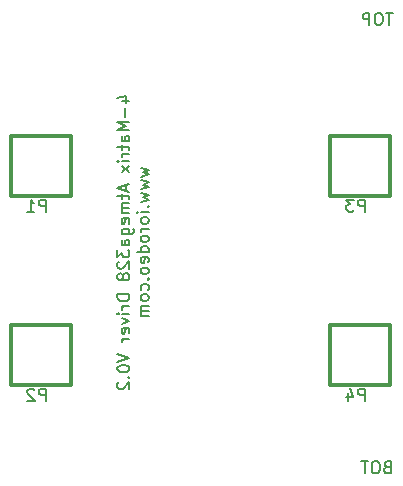
<source format=gbo>
G04 (created by PCBNEW (2013-mar-13)-testing) date Wed 23 Jul 2014 10:13:11 AM PDT*
%MOIN*%
G04 Gerber Fmt 3.4, Leading zero omitted, Abs format*
%FSLAX34Y34*%
G01*
G70*
G90*
G04 APERTURE LIST*
%ADD10C,0.005906*%
%ADD11C,0.008000*%
%ADD12C,0.012000*%
G04 APERTURE END LIST*
G54D10*
G54D11*
X33763Y-35041D02*
X33706Y-35060D01*
X33687Y-35079D01*
X33668Y-35117D01*
X33668Y-35174D01*
X33687Y-35212D01*
X33706Y-35231D01*
X33744Y-35250D01*
X33896Y-35250D01*
X33896Y-34850D01*
X33763Y-34850D01*
X33725Y-34870D01*
X33706Y-34889D01*
X33687Y-34927D01*
X33687Y-34965D01*
X33706Y-35003D01*
X33725Y-35022D01*
X33763Y-35041D01*
X33896Y-35041D01*
X33420Y-34850D02*
X33344Y-34850D01*
X33306Y-34870D01*
X33268Y-34908D01*
X33249Y-34984D01*
X33249Y-35117D01*
X33268Y-35193D01*
X33306Y-35231D01*
X33344Y-35250D01*
X33420Y-35250D01*
X33458Y-35231D01*
X33496Y-35193D01*
X33515Y-35117D01*
X33515Y-34984D01*
X33496Y-34908D01*
X33458Y-34870D01*
X33420Y-34850D01*
X33134Y-34850D02*
X32906Y-34850D01*
X33020Y-35250D02*
X33020Y-34850D01*
X33958Y-19910D02*
X33730Y-19910D01*
X33844Y-20310D02*
X33844Y-19910D01*
X33520Y-19910D02*
X33444Y-19910D01*
X33406Y-19930D01*
X33368Y-19968D01*
X33349Y-20044D01*
X33349Y-20177D01*
X33368Y-20253D01*
X33406Y-20291D01*
X33444Y-20310D01*
X33520Y-20310D01*
X33558Y-20291D01*
X33596Y-20253D01*
X33615Y-20177D01*
X33615Y-20044D01*
X33596Y-19968D01*
X33558Y-19930D01*
X33520Y-19910D01*
X33177Y-20310D02*
X33177Y-19910D01*
X33025Y-19910D01*
X32987Y-19930D01*
X32968Y-19949D01*
X32949Y-19987D01*
X32949Y-20044D01*
X32968Y-20082D01*
X32987Y-20101D01*
X33025Y-20120D01*
X33177Y-20120D01*
X24914Y-22854D02*
X25180Y-22854D01*
X24761Y-22759D02*
X25047Y-22663D01*
X25047Y-22911D01*
X25028Y-23063D02*
X25028Y-23368D01*
X25180Y-23559D02*
X24780Y-23559D01*
X25066Y-23692D01*
X24780Y-23825D01*
X25180Y-23825D01*
X25180Y-24187D02*
X24971Y-24187D01*
X24933Y-24168D01*
X24914Y-24130D01*
X24914Y-24054D01*
X24933Y-24016D01*
X25161Y-24187D02*
X25180Y-24149D01*
X25180Y-24054D01*
X25161Y-24016D01*
X25123Y-23997D01*
X25085Y-23997D01*
X25047Y-24016D01*
X25028Y-24054D01*
X25028Y-24149D01*
X25009Y-24187D01*
X24914Y-24320D02*
X24914Y-24473D01*
X24780Y-24378D02*
X25123Y-24378D01*
X25161Y-24397D01*
X25180Y-24435D01*
X25180Y-24473D01*
X25180Y-24606D02*
X24914Y-24606D01*
X24990Y-24606D02*
X24952Y-24625D01*
X24933Y-24644D01*
X24914Y-24682D01*
X24914Y-24720D01*
X25180Y-24854D02*
X24914Y-24854D01*
X24780Y-24854D02*
X24800Y-24835D01*
X24819Y-24854D01*
X24800Y-24873D01*
X24780Y-24854D01*
X24819Y-24854D01*
X25180Y-25006D02*
X24914Y-25216D01*
X24914Y-25006D02*
X25180Y-25216D01*
X25066Y-25654D02*
X25066Y-25844D01*
X25180Y-25616D02*
X24780Y-25749D01*
X25180Y-25882D01*
X24914Y-25959D02*
X24914Y-26111D01*
X24780Y-26016D02*
X25123Y-26016D01*
X25161Y-26035D01*
X25180Y-26073D01*
X25180Y-26111D01*
X25180Y-26244D02*
X24914Y-26244D01*
X24952Y-26244D02*
X24933Y-26263D01*
X24914Y-26301D01*
X24914Y-26359D01*
X24933Y-26397D01*
X24971Y-26416D01*
X25180Y-26416D01*
X24971Y-26416D02*
X24933Y-26435D01*
X24914Y-26473D01*
X24914Y-26530D01*
X24933Y-26568D01*
X24971Y-26587D01*
X25180Y-26587D01*
X25161Y-26930D02*
X25180Y-26892D01*
X25180Y-26816D01*
X25161Y-26778D01*
X25123Y-26759D01*
X24971Y-26759D01*
X24933Y-26778D01*
X24914Y-26816D01*
X24914Y-26892D01*
X24933Y-26930D01*
X24971Y-26949D01*
X25009Y-26949D01*
X25047Y-26759D01*
X24914Y-27292D02*
X25238Y-27292D01*
X25276Y-27273D01*
X25295Y-27254D01*
X25314Y-27216D01*
X25314Y-27159D01*
X25295Y-27120D01*
X25161Y-27292D02*
X25180Y-27254D01*
X25180Y-27178D01*
X25161Y-27140D01*
X25142Y-27120D01*
X25104Y-27101D01*
X24990Y-27101D01*
X24952Y-27120D01*
X24933Y-27140D01*
X24914Y-27178D01*
X24914Y-27254D01*
X24933Y-27292D01*
X25180Y-27654D02*
X24971Y-27654D01*
X24933Y-27635D01*
X24914Y-27597D01*
X24914Y-27520D01*
X24933Y-27482D01*
X25161Y-27654D02*
X25180Y-27616D01*
X25180Y-27520D01*
X25161Y-27482D01*
X25123Y-27463D01*
X25085Y-27463D01*
X25047Y-27482D01*
X25028Y-27520D01*
X25028Y-27616D01*
X25009Y-27654D01*
X24780Y-27806D02*
X24780Y-28054D01*
X24933Y-27920D01*
X24933Y-27978D01*
X24952Y-28016D01*
X24971Y-28035D01*
X25009Y-28054D01*
X25104Y-28054D01*
X25142Y-28035D01*
X25161Y-28016D01*
X25180Y-27978D01*
X25180Y-27863D01*
X25161Y-27825D01*
X25142Y-27806D01*
X24819Y-28206D02*
X24800Y-28225D01*
X24780Y-28263D01*
X24780Y-28359D01*
X24800Y-28397D01*
X24819Y-28416D01*
X24857Y-28435D01*
X24895Y-28435D01*
X24952Y-28416D01*
X25180Y-28187D01*
X25180Y-28435D01*
X24952Y-28663D02*
X24933Y-28625D01*
X24914Y-28606D01*
X24876Y-28587D01*
X24857Y-28587D01*
X24819Y-28606D01*
X24800Y-28625D01*
X24780Y-28663D01*
X24780Y-28740D01*
X24800Y-28778D01*
X24819Y-28797D01*
X24857Y-28816D01*
X24876Y-28816D01*
X24914Y-28797D01*
X24933Y-28778D01*
X24952Y-28740D01*
X24952Y-28663D01*
X24971Y-28625D01*
X24990Y-28606D01*
X25028Y-28587D01*
X25104Y-28587D01*
X25142Y-28606D01*
X25161Y-28625D01*
X25180Y-28663D01*
X25180Y-28740D01*
X25161Y-28778D01*
X25142Y-28797D01*
X25104Y-28816D01*
X25028Y-28816D01*
X24990Y-28797D01*
X24971Y-28778D01*
X24952Y-28740D01*
X25180Y-29292D02*
X24780Y-29292D01*
X24780Y-29387D01*
X24800Y-29444D01*
X24838Y-29482D01*
X24876Y-29501D01*
X24952Y-29520D01*
X25009Y-29520D01*
X25085Y-29501D01*
X25123Y-29482D01*
X25161Y-29444D01*
X25180Y-29387D01*
X25180Y-29292D01*
X25180Y-29692D02*
X24914Y-29692D01*
X24990Y-29692D02*
X24952Y-29711D01*
X24933Y-29730D01*
X24914Y-29768D01*
X24914Y-29806D01*
X25180Y-29940D02*
X24914Y-29940D01*
X24780Y-29940D02*
X24800Y-29920D01*
X24819Y-29940D01*
X24800Y-29959D01*
X24780Y-29940D01*
X24819Y-29940D01*
X24914Y-30092D02*
X25180Y-30187D01*
X24914Y-30282D01*
X25161Y-30587D02*
X25180Y-30549D01*
X25180Y-30473D01*
X25161Y-30435D01*
X25123Y-30416D01*
X24971Y-30416D01*
X24933Y-30435D01*
X24914Y-30473D01*
X24914Y-30549D01*
X24933Y-30587D01*
X24971Y-30606D01*
X25009Y-30606D01*
X25047Y-30416D01*
X25180Y-30778D02*
X24914Y-30778D01*
X24990Y-30778D02*
X24952Y-30797D01*
X24933Y-30816D01*
X24914Y-30854D01*
X24914Y-30892D01*
X24780Y-31273D02*
X25180Y-31406D01*
X24780Y-31540D01*
X24780Y-31749D02*
X24780Y-31787D01*
X24800Y-31825D01*
X24819Y-31844D01*
X24857Y-31863D01*
X24933Y-31882D01*
X25028Y-31882D01*
X25104Y-31863D01*
X25142Y-31844D01*
X25161Y-31825D01*
X25180Y-31787D01*
X25180Y-31749D01*
X25161Y-31711D01*
X25142Y-31692D01*
X25104Y-31673D01*
X25028Y-31654D01*
X24933Y-31654D01*
X24857Y-31673D01*
X24819Y-31692D01*
X24800Y-31711D01*
X24780Y-31749D01*
X25142Y-32054D02*
X25161Y-32073D01*
X25180Y-32054D01*
X25161Y-32035D01*
X25142Y-32054D01*
X25180Y-32054D01*
X24819Y-32225D02*
X24800Y-32244D01*
X24780Y-32282D01*
X24780Y-32378D01*
X24800Y-32416D01*
X24819Y-32435D01*
X24857Y-32454D01*
X24895Y-32454D01*
X24952Y-32435D01*
X25180Y-32206D01*
X25180Y-32454D01*
X25554Y-25063D02*
X25820Y-25140D01*
X25630Y-25216D01*
X25820Y-25292D01*
X25554Y-25368D01*
X25554Y-25482D02*
X25820Y-25559D01*
X25630Y-25635D01*
X25820Y-25711D01*
X25554Y-25787D01*
X25554Y-25901D02*
X25820Y-25978D01*
X25630Y-26054D01*
X25820Y-26130D01*
X25554Y-26206D01*
X25782Y-26359D02*
X25801Y-26378D01*
X25820Y-26359D01*
X25801Y-26340D01*
X25782Y-26359D01*
X25820Y-26359D01*
X25820Y-26549D02*
X25554Y-26549D01*
X25420Y-26549D02*
X25440Y-26530D01*
X25459Y-26549D01*
X25440Y-26568D01*
X25420Y-26549D01*
X25459Y-26549D01*
X25820Y-26797D02*
X25801Y-26759D01*
X25782Y-26740D01*
X25744Y-26720D01*
X25630Y-26720D01*
X25592Y-26740D01*
X25573Y-26759D01*
X25554Y-26797D01*
X25554Y-26854D01*
X25573Y-26892D01*
X25592Y-26911D01*
X25630Y-26930D01*
X25744Y-26930D01*
X25782Y-26911D01*
X25801Y-26892D01*
X25820Y-26854D01*
X25820Y-26797D01*
X25820Y-27101D02*
X25554Y-27101D01*
X25630Y-27101D02*
X25592Y-27120D01*
X25573Y-27140D01*
X25554Y-27178D01*
X25554Y-27216D01*
X25820Y-27406D02*
X25801Y-27368D01*
X25782Y-27349D01*
X25744Y-27330D01*
X25630Y-27330D01*
X25592Y-27349D01*
X25573Y-27368D01*
X25554Y-27406D01*
X25554Y-27463D01*
X25573Y-27501D01*
X25592Y-27520D01*
X25630Y-27540D01*
X25744Y-27540D01*
X25782Y-27520D01*
X25801Y-27501D01*
X25820Y-27463D01*
X25820Y-27406D01*
X25820Y-27882D02*
X25420Y-27882D01*
X25801Y-27882D02*
X25820Y-27844D01*
X25820Y-27768D01*
X25801Y-27730D01*
X25782Y-27711D01*
X25744Y-27692D01*
X25630Y-27692D01*
X25592Y-27711D01*
X25573Y-27730D01*
X25554Y-27768D01*
X25554Y-27844D01*
X25573Y-27882D01*
X25801Y-28225D02*
X25820Y-28187D01*
X25820Y-28111D01*
X25801Y-28073D01*
X25763Y-28054D01*
X25611Y-28054D01*
X25573Y-28073D01*
X25554Y-28111D01*
X25554Y-28187D01*
X25573Y-28225D01*
X25611Y-28244D01*
X25649Y-28244D01*
X25687Y-28054D01*
X25820Y-28473D02*
X25801Y-28435D01*
X25782Y-28416D01*
X25744Y-28397D01*
X25630Y-28397D01*
X25592Y-28416D01*
X25573Y-28435D01*
X25554Y-28473D01*
X25554Y-28530D01*
X25573Y-28568D01*
X25592Y-28587D01*
X25630Y-28606D01*
X25744Y-28606D01*
X25782Y-28587D01*
X25801Y-28568D01*
X25820Y-28530D01*
X25820Y-28473D01*
X25782Y-28778D02*
X25801Y-28797D01*
X25820Y-28778D01*
X25801Y-28759D01*
X25782Y-28778D01*
X25820Y-28778D01*
X25801Y-29140D02*
X25820Y-29101D01*
X25820Y-29025D01*
X25801Y-28987D01*
X25782Y-28968D01*
X25744Y-28949D01*
X25630Y-28949D01*
X25592Y-28968D01*
X25573Y-28987D01*
X25554Y-29025D01*
X25554Y-29101D01*
X25573Y-29140D01*
X25820Y-29368D02*
X25801Y-29330D01*
X25782Y-29311D01*
X25744Y-29292D01*
X25630Y-29292D01*
X25592Y-29311D01*
X25573Y-29330D01*
X25554Y-29368D01*
X25554Y-29425D01*
X25573Y-29463D01*
X25592Y-29482D01*
X25630Y-29501D01*
X25744Y-29501D01*
X25782Y-29482D01*
X25801Y-29463D01*
X25820Y-29425D01*
X25820Y-29368D01*
X25820Y-29673D02*
X25554Y-29673D01*
X25592Y-29673D02*
X25573Y-29692D01*
X25554Y-29730D01*
X25554Y-29787D01*
X25573Y-29825D01*
X25611Y-29844D01*
X25820Y-29844D01*
X25611Y-29844D02*
X25573Y-29863D01*
X25554Y-29901D01*
X25554Y-29959D01*
X25573Y-29997D01*
X25611Y-30016D01*
X25820Y-30016D01*
G54D12*
X21244Y-26000D02*
X23244Y-26000D01*
X23244Y-26000D02*
X23244Y-24000D01*
X23244Y-24000D02*
X21244Y-24000D01*
X21244Y-24000D02*
X21244Y-26000D01*
X21244Y-32299D02*
X23244Y-32299D01*
X23244Y-32299D02*
X23244Y-30299D01*
X23244Y-30299D02*
X21244Y-30299D01*
X21244Y-30299D02*
X21244Y-32299D01*
X31874Y-26000D02*
X33874Y-26000D01*
X33874Y-26000D02*
X33874Y-24000D01*
X33874Y-24000D02*
X31874Y-24000D01*
X31874Y-24000D02*
X31874Y-26000D01*
X31874Y-32299D02*
X33874Y-32299D01*
X33874Y-32299D02*
X33874Y-30299D01*
X33874Y-30299D02*
X31874Y-30299D01*
X31874Y-30299D02*
X31874Y-32299D01*
G54D11*
X22389Y-26530D02*
X22389Y-26130D01*
X22236Y-26130D01*
X22198Y-26150D01*
X22179Y-26169D01*
X22160Y-26207D01*
X22160Y-26264D01*
X22179Y-26302D01*
X22198Y-26321D01*
X22236Y-26340D01*
X22389Y-26340D01*
X21779Y-26530D02*
X22008Y-26530D01*
X21894Y-26530D02*
X21894Y-26130D01*
X21932Y-26188D01*
X21970Y-26226D01*
X22008Y-26245D01*
X22389Y-32830D02*
X22389Y-32430D01*
X22236Y-32430D01*
X22198Y-32449D01*
X22179Y-32468D01*
X22160Y-32506D01*
X22160Y-32563D01*
X22179Y-32601D01*
X22198Y-32620D01*
X22236Y-32639D01*
X22389Y-32639D01*
X22008Y-32468D02*
X21989Y-32449D01*
X21951Y-32430D01*
X21855Y-32430D01*
X21817Y-32449D01*
X21798Y-32468D01*
X21779Y-32506D01*
X21779Y-32544D01*
X21798Y-32601D01*
X22027Y-32830D01*
X21779Y-32830D01*
X33019Y-26530D02*
X33019Y-26130D01*
X32866Y-26130D01*
X32828Y-26150D01*
X32809Y-26169D01*
X32790Y-26207D01*
X32790Y-26264D01*
X32809Y-26302D01*
X32828Y-26321D01*
X32866Y-26340D01*
X33019Y-26340D01*
X32657Y-26130D02*
X32409Y-26130D01*
X32543Y-26283D01*
X32485Y-26283D01*
X32447Y-26302D01*
X32428Y-26321D01*
X32409Y-26359D01*
X32409Y-26454D01*
X32428Y-26492D01*
X32447Y-26511D01*
X32485Y-26530D01*
X32600Y-26530D01*
X32638Y-26511D01*
X32657Y-26492D01*
X33019Y-32830D02*
X33019Y-32430D01*
X32866Y-32430D01*
X32828Y-32449D01*
X32809Y-32468D01*
X32790Y-32506D01*
X32790Y-32563D01*
X32809Y-32601D01*
X32828Y-32620D01*
X32866Y-32639D01*
X33019Y-32639D01*
X32447Y-32563D02*
X32447Y-32830D01*
X32543Y-32411D02*
X32638Y-32696D01*
X32390Y-32696D01*
M02*

</source>
